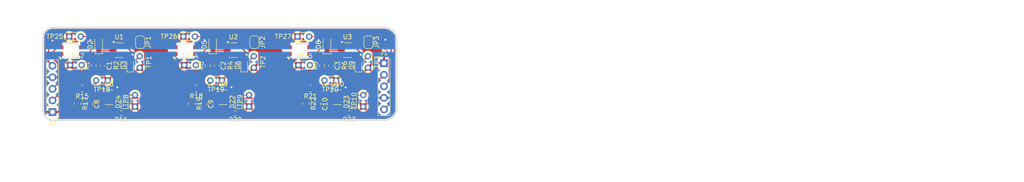
<source format=kicad_pcb>
(kicad_pcb (version 20240108) (generator "pcbnew") (generator_version "8.0")
  (layers (0 "F.Cu" signal) (31 "B.Cu" signal) (34 "B.Paste" user) (35 "F.Paste" user) (36 "B.SilkS" user "B.Silkscreen") (37 "F.SilkS" user "F.Silkscreen") (38 "B.Mask" user) (39 "F.Mask" user) (44 "Edge.Cuts" user))
  (net 0 "")
  (net 1 "GND")
  (net 2 "Net-(D2-K)")
  (net 3 "Net-(D5-K)")
  (net 4 "Net-(D8-K)")
  (net 5 "Net-(C8-Pad1)")
  (net 6 "Net-(C9-Pad1)")
  (net 7 "Net-(C10-Pad1)")
  (net 8 "+5V")
  (net 9 "Net-(D3-A)")
  (net 10 "Net-(D3-K)")
  (net 11 "/LED_BASED_RESET1/DOUT")
  (net 12 "Net-(D6-K)")
  (net 13 "Net-(D6-A)")
  (net 14 "/LED_BASED_RESET2/DOUT")
  (net 15 "Net-(D9-A)")
  (net 16 "Net-(D9-K)")
  (net 17 "Net-(D22-K)")
  (net 18 "/Time Based1/DOUT")
  (net 19 "Net-(D23-K)")
  (net 20 "/Time Based2/DOUT")
  (net 21 "Net-(D24-K)")
  (net 22 "+3.3V")
  (net 23 "Net-(JP1-A)")
  (net 24 "Net-(JP2-A)")
  (net 25 "Net-(JP3-A)")
  (net 26 "/LED_BASED_RESET0/DIN")
  (net 27 "/LED_BASED_RESET0/DOUT")
  (net 28 "/Time Based0/DOUT")
  (net 29 "/Time Based0/DIN")
  (footprint "TestPoint:TestPoint_2Pads_Pitch2.54mm_Drill0.8mm" (layer "F.Cu") (at -34.35 159.6)
    (property "Reference" "TP35")
    (property "Value" "TestPoint_2Pole")
  )
  (footprint "TestPoint:TestPoint_2Pads_Pitch2.54mm_Drill0.8mm" (layer "F.Cu") (at -19.1 160.15 90)
    (property "Reference" "TP3")
    (property "Value" "TestPoint_2Pole")
  )
  (footprint "LED_SMD:LED_0603_1608Metric" (layer "F.Cu") (at -46.2 159.6 90)
    (property "Reference" "D6")
    (property "Value" "R")
  )
  (footprint "TestPoint:TestPoint_2Pads_Pitch2.54mm_Drill0.8mm" (layer "F.Cu") (at -84.35 159.6)
    (property "Reference" "TP17")
    (property "Value" "TestPoint_2Pole")
  )
  (footprint "TestPoint:TestPoint_2Pads_Pitch2.54mm_Drill0.8mm" (layer "F.Cu") (at -59.35 159.6)
    (property "Reference" "TP34")
    (property "Value" "TestPoint_2Pole")
  )
  (footprint "Resistor_SMD:R_0603_1608Metric" (layer "F.Cu") (at -23.2 170.1375 180)
    (property "Reference" "R23")
    (property "Value" "300")
  )
  (footprint "Capacitor_SMD:C_0805_2012Metric_Pad1.18x1.45mm_HandSolder" (layer "F.Cu") (at -55.2 168.1375 -90)
    (property "Reference" "C9")
    (property "Value" "1u 50V")
  )
  (footprint "Diode_SMD:D_SOD-323_HandSoldering" (layer "F.Cu") (at -28.1 155.1 90)
    (property "Reference" "D8")
    (property "Value" "1N4148WS")
  )
  (footprint "Capacitor_SMD:C_0603_1608Metric" (layer "F.Cu") (at -27.2 159.7 -90)
    (property "Reference" "C3")
    (property "Value" "1u 50V")
  )
  (footprint "LED_SMD:LED_0603_1608Metric" (layer "F.Cu") (at -72.4 167.6375 90)
    (property "Reference" "D24")
    (property "Value" "Red")
  )
  (footprint "Resistor_SMD:R_0805_2012Metric_Pad1.20x1.40mm_HandSolder" (layer "F.Cu") (at -57.7 168.0375 -90)
    (property "Reference" "R19")
    (property "Value" "R")
  )
  (footprint "0mylibrary:SK6812-MINI-E" (layer "F.Cu") (at -34.1 156.4 180)
    (property "Reference" "D7")
    (property "Value" "sk6812-mini-e" (hide yes))
    (fp_line (start 1.7 1.5) (end -1.7 1.5) (stroke (width 0.12)) (layer "Edge.Cuts"))
    (fp_line (start 1.7 -1.5) (end 1.7 1.5) (stroke (width 0.12)) (layer "Edge.Cuts"))
    (fp_line (start -1.7 1.5) (end -1.7 -1.5) (stroke (width 0.12)) (layer "Edge.Cuts"))
    (fp_line (start -1.7 -1.5) (end 1.7 -1.5) (stroke (width 0.12)) (layer "Edge.Cuts"))
  )
  (footprint "Package_TO_SOT_SMD:SOT-23-5_HandSoldering" (layer "F.Cu") (at -50.8 166.6375)
    (property "Reference" "U9")
    (property "Value" "74LVC1G125")
  )
  (footprint "Resistor_SMD:R_0603_1608Metric" (layer "F.Cu") (at -22.8 159.6375 90)
    (property "Reference" "R6")
    (property "Value" "310R")
  )
  (footprint "Capacitor_SMD:C_0805_2012Metric_Pad1.18x1.45mm_HandSolder" (layer "F.Cu") (at -80.2 168.1375 -90)
    (property "Reference" "C8")
    (property "Value" "1u 50V")
  )
  (footprint "Package_TO_SOT_SMD:SOT-23-5_HandSoldering" (layer "F.Cu") (at -25.8 166.6375)
    (property "Reference" "U10")
    (property "Value" "74LVC1G125")
  )
  (footprint "Resistor_SMD:R_0603_1608Metric_Pad0.98x0.95mm_HandSolder" (layer "F.Cu") (at -79.2 159.7 90)
    (property "Reference" "R1")
    (property "Value" "100k")
  )
  (footprint "Resistor_SMD:R_0603_1608Metric" (layer "F.Cu") (at -73.2 170.1375 180)
    (property "Reference" "R16")
    (property "Value" "300")
  )
  (footprint "Resistor_SMD:R_0603_1608Metric" (layer "F.Cu") (at -72.8 159.6375 90)
    (property "Reference" "R2")
    (property "Value" "310R")
  )
  (footprint "TestPoint:TestPoint_2Pads_Pitch2.54mm_Drill0.8mm" (layer "F.Cu") (at -76.0875 162.9375 180)
    (property "Reference" "TP18")
    (property "Value" "TestPoint_2Pole")
  )
  (footprint "Resistor_SMD:R_0603_1608Metric_Pad0.98x0.95mm_HandSolder" (layer "F.Cu") (at -54.2 159.7 90)
    (property "Reference" "R3")
    (property "Value" "100k")
  )
  (footprint "Connector_PinHeader_2.54mm:PinHeader_1x05_P2.54mm_Vertical" (layer "F.Cu") (at -15.6 159.16)
    (property "Reference" "J1")
    (property "Value" "Out")
  )
  (footprint "Resistor_SMD:R_0805_2012Metric_Pad1.20x1.40mm_HandSolder" (layer "F.Cu") (at -31.7 164.7375 180)
    (property "Reference" "R21")
    (property "Value" "100k")
  )
  (footprint "TestPoint:TestPoint_2Pads_Pitch2.54mm_Drill0.8mm" (layer "F.Cu") (at -69.1 160.15 90)
    (property "Reference" "TP1")
    (property "Value" "TestPoint_2Pole")
  )
  (footprint "TestPoint:TestPoint_2Pads_Pitch2.54mm_Drill0.8mm" (layer "F.Cu") (at -59.55 153.3)
    (property "Reference" "TP26")
    (property "Value" "TestPoint_2Pole")
  )
  (footprint "LED_SMD:LED_0603_1608Metric" (layer "F.Cu") (at -21.2 159.6 90)
    (property "Reference" "D9")
    (property "Value" "R")
  )
  (footprint "Package_TO_SOT_SMD:SOT-23-5_HandSoldering" (layer "F.Cu") (at -75.8 166.6375)
    (property "Reference" "U8")
    (property "Value" "74LVC1G125")
  )
  (footprint "TestPoint:TestPoint_2Pads_Pitch2.54mm_Drill0.8mm" (layer "F.Cu") (at -45.1375 168.6875 90)
    (property "Reference" "TP9")
    (property "Value" "TestPoint_2Pole")
  )
  (footprint "LED_SMD:LED_0603_1608Metric" (layer "F.Cu") (at -47.4 167.6375 90)
    (property "Reference" "D22")
    (property "Value" "Red")
  )
  (footprint "Resistor_SMD:R_0603_1608Metric" (layer "F.Cu") (at -47.8 159.6375 90)
    (property "Reference" "R4")
    (property "Value" "310R")
  )
  (footprint "Resistor_SMD:R_0603_1608Metric" (layer "F.Cu") (at -48.2 170.1375 180)
    (property "Reference" "R20")
    (property "Value" "300")
  )
  (footprint "Connector_PinHeader_2.54mm:PinHeader_1x05_P2.54mm_Vertical" (layer "F.Cu") (at -88.2 169.88 180)
    (property "Reference" "J2")
    (property "Value" "In")
  )
  (footprint "Resistor_SMD:R_0805_2012Metric_Pad1.20x1.40mm_HandSolder" (layer "F.Cu") (at -82.7 168.0375 -90)
    (property "Reference" "R17")
    (property "Value" "R")
  )
  (footprint "Jumper:SolderJumper-2_P1.3mm_Bridged_RoundedPad1.0x1.5mm" (layer "F.Cu") (at -44 154.55 -90)
    (property "Reference" "JP2")
    (property "Value" "SolderJumper_2_Bridged")
  )
  (footprint "LED_SMD:LED_0603_1608Metric" (layer "F.Cu") (at -71.2 159.6 90)
    (property "Reference" "D3")
    (property "Value" "R")
  )
  (footprint "TestPoint:TestPoint_2Pads_Pitch2.54mm_Drill0.8mm" (layer "F.Cu") (at -44.1 160.15 90)
    (property "Reference" "TP2")
    (property "Value" "TestPoint_2Pole")
  )
  (footprint "TestPoint:TestPoint_2Pads_Pitch2.54mm_Drill0.8mm" (layer "F.Cu") (at -26.0875 162.9375 180)
    (property "Reference" "TP20")
    (property "Value" "TestPoint_2Pole")
  )
  (footprint "TestPoint:TestPoint_2Pads_Pitch2.54mm_Drill0.8mm" (layer "F.Cu") (at -84.55 153.3)
    (property "Reference" "TP25")
    (property "Value" "TestPoint_2Pole")
  )
  (footprint "LED_SMD:LED_0603_1608Metric" (layer "F.Cu") (at -22.4 167.6375 90)
    (property "Reference" "D23")
    (property "Value" "Red")
  )
  (footprint "TestPoint:TestPoint_2Pads_Pitch2.54mm_Drill0.8mm" (layer "F.Cu") (at -51.0875 162.9375 180)
    (property "Reference" "TP19")
    (property "Value" "TestPoint_2Pole")
  )
  (footprint "Jumper:SolderJumper-2_P1.3mm_Bridged_RoundedPad1.0x1.5mm" (layer "F.Cu") (at -19 154.55 -90)
    (property "Reference" "JP3")
    (property "Value" "SolderJumper_2_Bridged")
  )
  (footprint "Capacitor_SMD:C_0603_1608Metric" (layer "F.Cu") (at -52.2 159.7 -90)
    (property "Reference" "C2")
    (property "Value" "1u 50V")
  )
  (footprint "TestPoint:TestPoint_2Pads_Pitch2.54mm_Drill0.8mm" (layer "F.Cu") (at -20.1375 168.6875 90)
    (property "Reference" "TP10")
    (property "Value" "TestPoint_2Pole")
  )
  (footprint "Resistor_SMD:R_0805_2012Metric_Pad1.20x1.40mm_HandSolder" (layer "F.Cu") (at -56.7 164.7375 180)
    (property "Reference" "R18")
    (property "Value" "100k")
  )
  (footprint "Resistor_SMD:R_0805_2012Metric_Pad1.20x1.40mm_HandSolder" (layer "F.Cu") (at -32.7 168.0375 -90)
    (property "Reference" "R22")
    (property "Value" "R")
  )
  (footprint "Jumper:SolderJumper-2_P1.3mm_Bridged_RoundedPad1.0x1.5mm" (layer "F.Cu") (at -69 154.55 -90)
    (property "Reference" "JP1")
    (property "Value" "SolderJumper_2_Bridged")
  )
  (footprint "TestPoint:TestPoint_2Pads_Pitch2.54mm_Drill0.8mm" (layer "F.Cu") (at -34.55 153.3)
    (property "Reference" "TP27")
    (property "Value" "TestPoint_2Pole")
  )
  (footprint "Capacitor_SMD:C_0805_2012Metric_Pad1.18x1.45mm_HandSolder" (layer "F.Cu") (at -30.2 168.1375 -90)
    (property "Reference" "C10")
    (property "Value" "1u 50V")
  )
  (footprint "Diode_SMD:D_SOD-323_HandSoldering" (layer "F.Cu") (at -78.1 155.1 90)
    (property "Reference" "D2")
    (property "Value" "1N4148WS")
  )
  (footprint "Package_TO_SOT_SMD:SOT-23-5_HandSoldering" (layer "F.Cu") (at -48.6 156.3)
    (property "Reference" "U2")
    (property "Value" "74LVC1G125")
  )
  (footprint "0mylibrary:SK6812-MINI-E" (layer "F.Cu") (at -59.1 156.4 180)
    (property "Reference" "D4")
    (property "Value" "sk6812-mini-e" (hide yes))
    (fp_line (start 1.7 1.5) (end -1.7 1.5) (stroke (width 0.12)) (layer "Edge.Cuts"))
    (fp_line (start 1.7 -1.5) (end 1.7 1.5) (stroke (width 0.12)) (layer "Edge.Cuts"))
    (fp_line (start -1.7 1.5) (end -1.7 -1.5) (stroke (width 0.12)) (layer "Edge.Cuts"))
    (fp_line (start -1.7 -1.5) (end 1.7 -1.5) (stroke (width 0.12)) (layer "Edge.Cuts"))
  )
  (footprint "Resistor_SMD:R_0805_2012Metric_Pad1.20x1.40mm_HandSolder" (layer "F.Cu") (at -81.7 164.7375 180)
    (property "Reference" "R15")
    (property "Value" "100k")
  )
  (footprint "0mylibrary:SK6812-MINI-E" (layer "F.Cu") (at -84.1 156.4 180)
    (property "Reference" "D1")
    (property "Value" "sk6812-mini-e" (hide yes))
    (fp_line (start 1.7 1.5) (end -1.7 1.5) (stroke (width 0.12)) (layer "Edge.Cuts"))
    (fp_line (start 1.7 -1.5) (end 1.7 1.5) (stroke (width 0.12)) (layer "Edge.Cuts"))
    (fp_line (start -1.7 1.5) (end -1.7 -1.5) (stroke (width 0.12)) (layer "Edge.Cuts"))
    (fp_line (start -1.7 -1.5) (end 1.7 -1.5) (stroke (width 0.12)) (layer "Edge.Cuts"))
  )
  (footprint "Package_TO_SOT_SMD:SOT-23-5_HandSoldering" (layer "F.Cu") (at -23.6 156.3)
    (property "Reference" "U3")
    (property "Value" "74LVC1G125")
  )
  (footprint "Package_TO_SOT_SMD:SOT-23-5_HandSoldering" (layer "F.Cu") (at -73.6 156.3)
    (property "Reference" "U1")
    (property "Value" "74LVC1G125")
  )
  (footprint "TestPoint:TestPoint_2Pads_Pitch2.54mm_Drill0.8mm" (layer "F.Cu") (at -70.1375 168.6875 90)
    (property "Reference" "TP8")
    (property "Value" "TestPoint_2Pole")
  )
  (footprint "Diode_SMD:D_SOD-323_HandSoldering" (layer "F.Cu") (at -53.1 155.1 90)
    (property "Reference" "D5")
    (property "Value" "1N4148WS")
  )
  (footprint "Resistor_SMD:R_0603_1608Metric_Pad0.98x0.95mm_HandSolder" (layer "F.Cu") (at -29.2 159.7 90)
    (property "Reference" "R5")
    (property "Value" "100k")
  )
  (footprint "Capacitor_SMD:C_0603_1608Metric" (layer "F.Cu") (at -77.2 159.7 -90)
    (property "Reference" "C1")
    (property "Value" "1u 50V")
  )
  (gr_line (start -12.8 153.3) (end -12.8 169.7) (stroke (width 0.2)) (layer "Edge.Cuts"))
  (gr_line (start -15.5 171.7) (end -88.2 171.7) (stroke (width 0.2)) (layer "Edge.Cuts"))
  (gr_arc (start -88.2 171.7) (mid -89.65 171.12) (end -90.3 169.7) (stroke (width 0.2)) (layer "Edge.Cuts"))
  (gr_line (start -90.3 169.7) (end -90.3 153.3) (stroke (width 0.2)) (layer "Edge.Cuts"))
  (gr_arc (start -90.3 153.3) (mid -89.650001 151.879999) (end -88.2 151.3) (stroke (width 0.2)) (layer "Edge.Cuts"))
  (gr_arc (start -12.8 169.7) (mid -13.81997 171.14554) (end -15.5 171.7) (stroke (width 0.2)) (layer "Edge.Cuts"))
  (gr_arc (start -15.5 151.3) (mid -13.81997 151.854459) (end -12.8 153.3) (stroke (width 0.2)) (layer "Edge.Cuts"))
  (gr_line (start -88.2 151.3) (end -15.5 151.3) (stroke (width 0.2)) (layer "Edge.Cuts"))
  (segment (start -33.348528 160.7) (end -36.55 157.498528) (width 0.2) (layer "F.Cu") (net 1))
  (segment (start -19.1 160.15) (end -20.1375 161.1875) (width 0.25) (layer "F.Cu") (net 1))
  (segment (start -20.1375 161.1875) (end -24.7125 161.1875) (width 0.25) (layer "F.Cu") (net 1))
  (segment (start -76 165.7375) (end -76.05 165.6875) (width 0.25) (layer "F.Cu") (net 1))
  (segment (start -80.2 169.175) (end -78.7375 169.175) (width 0.25) (layer "F.Cu") (net 1))
  (segment (start -68.075 156.125) (end -69 155.2) (width 0.25) (layer "F.Cu") (net 1))
  (segment (start -23.3875 158.8125) (end -24.95 157.25) (width 0.2) (layer "F.Cu") (net 1))
  (segment (start -24.1 160.5) (end -22.8 159.2) (width 0.2) (layer "F.Cu") (net 1))
  (segment (start -74.1 160.5) (end -72.8 159.2) (width 0.2) (layer "F.Cu") (net 1))
  (segment (start -53.7375 169.175) (end -52.15 167.5875) (width 0.25) (layer "F.Cu") (net 1))
  (segment (start -78.7375 169.175) (end -77.15 167.5875) (width 0.25) (layer "F.Cu") (net 1))
  (segment (start -53.2 160.6125) (end -52.3375 160.6125) (width 0.2) (layer "F.Cu") (net 1))
  (segment (start -28.2 160.6125) (end -27.3375 160.6125) (width 0.2) (layer "F.Cu") (net 1))
  (segment (start -33.6875 160.6125) (end -29.2 160.6125) (width 0.2) (layer "F.Cu") (net 1))
  (segment (start -49.6 170.1375) (end -49.025 170.1375) (width 0.25) (layer "F.Cu") (net 1))
  (segment (start -77.15 167.5875) (end -74.6 170.1375) (width 0.25) (layer "F.Cu") (net 1))
  (segment (start -75.4 160.5) (end -74.1 160.5) (width 0.2) (layer "F.Cu") (net 1))
  (segment (start -52.15 165.6875) (end -51.0875 164.625) (width 0.25) (layer "F.Cu") (net 1))
  (segment (start -30.2 169.175) (end -28.7375 169.175) (width 0.25) (layer "F.Cu") (net 1))
  (segment (start -68.075 159.125) (end -68.075 156.125) (width 0.25) (layer "F.Cu") (net 1))
  (segment (start -26.05 165.6875) (end -27.15 165.6875) (width 0.25) (layer "F.Cu") (net 1))
  (segment (start -77.15 167.5875) (end -76.370001 167.5875) (width 0.25) (layer "F.Cu") (net 1))
  (segment (start -25.4 160.5) (end -24.1 160.5) (width 0.2) (layer "F.Cu") (net 1))
  (segment (start -44.1 160.15) (end -45.1375 161.1875) (width 0.25) (layer "F.Cu") (net 1))
  (segment (start -86.55 157.75) (end -83.6875 160.6125) (width 0.2) (layer "F.Cu") (net 1))
  (segment (start -18.075 156.125) (end -19 155.2) (width 0.25) (layer "F.Cu") (net 1))
  (segment (start -49.1 160.5) (end -47.8 159.2) (width 0.2) (layer "F.Cu") (net 1))
  (segment (start -76.05 165.6875) (end -77.15 165.6875) (width 0.25) (layer "F.Cu") (net 1))
  (segment (start -69.1 160.15) (end -70.1375 161.1875) (width 0.25) (layer "F.Cu") (net 1))
  (segment (start -57.7 169.0375) (end -55.3375 169.0375) (width 0.25) (layer "F.Cu") (net 1))
  (segment (start -27.425 160.7) (end -33.348528 160.7) (width 0.2) (layer "F.Cu") (net 1))
  (segment (start -61.55 157.75) (end -58.6875 160.6125) (width 0.2) (layer "F.Cu") (net 1))
  (segment (start -76.0875 164.625) (end -76.0875 162.9375) (width 0.25) (layer "F.Cu") (net 1))
  (segment (start -27.15 165.6875) (end -26.0875 164.625) (width 0.25) (layer "F.Cu") (net 1))
  (segment (start -26 167.217499) (end -26 165.7375) (width 0.25) (layer "F.Cu") (net 1))
  (segment (start -26.0875 164.625) (end -26.0875 162.9375) (width 0.25) (layer "F.Cu") (net 1))
  (segment (start -48.3875 158.8125) (end -49.95 157.25) (width 0.2) (layer "F.Cu") (net 1))
  (segment (start -58.6875 160.6125) (end -54.2 160.6125) (width 0.2) (layer "F.Cu") (net 1))
  (segment (start -51.370001 167.5875) (end -51 167.217499) (width 0.25) (layer "F.Cu") (net 1))
  (segment (start -51 165.7375) (end -51.05 165.6875) (width 0.25) (layer "F.Cu") (net 1))
  (segment (start -51.0875 164.625) (end -51.0875 162.9375) (width 0.25) (layer "F.Cu") (net 1))
  (segment (start -27.175 160.5) (end -25.4 160.5) (width 0.2) (layer "F.Cu") (net 1))
  (segment (start -22.8 159.2) (end -22.8 158.8125) (width 0.2) (layer "F.Cu") (net 1))
  (segment (start -26 165.7375) (end -26.05 165.6875) (width 0.25) (layer "F.Cu") (net 1))
  (segment (start -27.15 167.5875) (end -24.6 170.1375) (width 0.25) (layer "F.Cu") (net 1))
  (segment (start -47.8 159.2) (end -47.8 158.8125) (width 0.2) (layer "F.Cu") (net 1))
  (segment (start -52.425 160.7) (end -58.348528 160.7) (width 0.2) (layer "F.Cu") (net 1))
  (segment (start -36.55 157.498528) (end -36.55 157.75) (width 0.2) (layer "F.Cu") (net 1))
  (segment (start -76 167.217499) (end -76 165.7375) (width 0.25) (layer "F.Cu") (net 1))
  (segment (start -27.15 167.5875) (end -26.370001 167.5875) (width 0.25) (layer "F.Cu") (net 1))
  (segment (start -61.55 157.498528) (end -61.55 157.75) (width 0.2) (layer "F.Cu") (net 1))
  (segment (start -78.2 160.6125) (end -77.3375 160.6125) (width 0.2) (layer "F.Cu") (net 1))
  (segment (start -79.2 160.6125) (end -78.2 160.6125) (width 0.2) (layer "F.Cu") (net 1))
  (segment (start -52.15 167.5875) (end -49.6 170.1375) (width 0.25) (layer "F.Cu") (net 1))
  (segment (start -77.15 165.6875) (end -76.0875 164.625) (width 0.25) (layer "F.Cu") (net 1))
  (segment (start -24.6 170.1375) (end -24.025 170.1375) (width 0.25) (layer "F.Cu") (net 1))
  (segment (start -43.075 156.125) (end -44 155.2) (width 0.25) (layer "F.Cu") (net 1))
  (segment (start -83.6875 160.6125) (end -79.2 160.6125) (width 0.2) (layer "F.Cu") (net 1))
  (segment (start -43.075 159.125) (end -43.075 156.125) (width 0.25) (layer "F.Cu") (net 1))
  (segment (start -82.7 169.0375) (end -80.3375 169.0375) (width 0.25) (layer "F.Cu") (net 1))
  (segment (start -72.8 159.2) (end -72.8 158.8125) (width 0.2) (layer "F.Cu") (net 1))
  (segment (start -36.55 157.75) (end -33.6875 160.6125) (width 0.2) (layer "F.Cu") (net 1))
  (segment (start -70.1375 161.1875) (end -74.7125 161.1875) (width 0.25) (layer "F.Cu") (net 1))
  (segment (start -22.8 158.8125) (end -23.3875 158.8125) (width 0.2) (layer "F.Cu") (net 1))
  (segment (start -50.4 160.5) (end -49.1 160.5) (width 0.2) (layer "F.Cu") (net 1))
  (segment (start -54.2 160.6125) (end -53.2 160.6125) (width 0.2) (layer "F.Cu") (net 1))
  (segment (start -26.370001 167.5875) (end -26 167.217499) (width 0.25) (layer "F.Cu") (net 1))
  (segment (start -45.1375 161.1875) (end -49.7125 161.1875) (width 0.25) (layer "F.Cu") (net 1))
  (segment (start -52.175 160.5) (end -50.4 160.5) (width 0.2) (layer "F.Cu") (net 1))
  (segment (start -77.175 160.5) (end -75.4 160.5) (width 0.2) (layer "F.Cu") (net 1))
  (segment (start -52.15 167.5875) (end -51.370001 167.5875) (width 0.25) (layer "F.Cu") (net 1))
  (segment (start -47.8 158.8125) (end -48.3875 158.8125) (width 0.2) (layer "F.Cu") (net 1))
  (segment (start -28.7375 169.175) (end -27.15 167.5875) (width 0.25) (layer "F.Cu") (net 1))
  (segment (start -55.2 169.175) (end -53.7375 169.175) (width 0.25) (layer "F.Cu") (net 1))
  (segment (start -73.3875 158.8125) (end -74.95 157.25) (width 0.2) (layer "F.Cu") (net 1))
  (segment (start -49.7125 161.1875) (end -50.4 160.5) (width 0.25) (layer "F.Cu") (net 1))
  (segment (start -32.7 169.0375) (end -30.3375 169.0375) (width 0.25) (layer "F.Cu") (net 1))
  (segment (start -44.1 160.15) (end -43.075 159.125) (width 0.25) (layer "F.Cu") (net 1))
  (segment (start -74.7125 161.1875) (end -75.4 160.5) (width 0.25) (layer "F.Cu") (net 1))
  (segment (start -51.05 165.6875) (end -52.15 165.6875) (width 0.25) (layer "F.Cu") (net 1))
  (segment (start -19.1 160.15) (end -18.075 159.125) (width 0.25) (layer "F.Cu") (net 1))
  (segment (start -24.7125 161.1875) (end -25.4 160.5) (width 0.25) (layer "F.Cu") (net 1))
  (segment (start -69.1 160.15) (end -68.075 159.125) (width 0.25) (layer "F.Cu") (net 1))
  (segment (start -18.075 159.125) (end -18.075 156.125) (width 0.25) (layer "F.Cu") (net 1))
  (segment (start -51 167.217499) (end -51 165.7375) (width 0.25) (layer "F.Cu") (net 1))
  (segment (start -86.55 157.498528) (end -86.55 157.75) (width 0.2) (layer "F.Cu") (net 1))
  (segment (start -29.2 160.6125) (end -28.2 160.6125) (width 0.2) (layer "F.Cu") (net 1))
  (segment (start -72.8 158.8125) (end -73.3875 158.8125) (width 0.2) (layer "F.Cu") (net 1))
  (segment (start -74.6 170.1375) (end -74.025 170.1375) (width 0.25) (layer "F.Cu") (net 1))
  (segment (start -58.348528 160.7) (end -61.55 157.498528) (width 0.2) (layer "F.Cu") (net 1))
  (segment (start -76.370001 167.5875) (end -76 167.217499) (width 0.25) (layer "F.Cu") (net 1))
  (segment (start -77.2 158.925) (end -77.2 156.35) (width 0.2) (layer "F.Cu") (net 2))
  (segment (start -79.2 157.45) (end -78.1 156.35) (width 0.2) (layer "F.Cu") (net 2))
  (segment (start -79.2 158.7875) (end -79.2 157.45) (width 0.2) (layer "F.Cu") (net 2))
  (segment (start -81.5 159.11) (end -79.5225 159.11) (width 0.2) (layer "F.Cu") (net 2))
  (segment (start -78.1 156.35) (end -77.2 156.35) (width 0.2) (layer "F.Cu") (net 2))
  (segment (start -77.2 156.35) (end -75 156.35) (width 0.2) (layer "F.Cu") (net 2))
  (segment (start -54.2 157.45) (end -53.1 156.35) (width 0.2) (layer "F.Cu") (net 3))
  (segment (start -54.2 158.7875) (end -54.2 157.45) (width 0.2) (layer "F.Cu") (net 3))
  (segment (start -53.1 156.35) (end -52.2 156.35) (width 0.2) (layer "F.Cu") (net 3))
  (segment (start -52.2 158.925) (end -52.2 156.35) (width 0.2) (layer "F.Cu") (net 3))
  (segment (start -56.5 159.11) (end -54.5225 159.11) (width 0.2) (layer "F.Cu") (net 3))
  (segment (start -52.2 156.35) (end -50 156.35) (width 0.2) (layer "F.Cu") (net 3))
  (segment (start -27.2 158.925) (end -27.2 156.35) (width 0.2) (layer "F.Cu") (net 4))
  (segment (start -27.2 156.35) (end -25 156.35) (width 0.2) (layer "F.Cu") (net 4))
  (segment (start -29.2 157.45) (end -28.1 156.35) (width 0.2) (layer "F.Cu") (net 4))
  (segment (start -28.1 156.35) (end -27.2 156.35) (width 0.2) (layer "F.Cu") (net 4))
  (segment (start -31.5 159.11) (end -29.5225 159.11) (width 0.2) (layer "F.Cu") (net 4))
  (segment (start -29.2 158.7875) (end -29.2 157.45) (width 0.2) (layer "F.Cu") (net 4))
  (segment (start -80.1 164.7375) (end -78.7 163.3375) (width 0.25) (layer "F.Cu") (net 5))
  (segment (start -77.15 166.6375) (end -79.7375 166.6375) (width 0.25) (layer "F.Cu") (net 5))
  (segment (start -78.7 165.867499) (end -77.929999 166.6375) (width 0.25) (layer "F.Cu") (net 5))
  (segment (start -80.2 167.1) (end -82.6375 167.1) (width 0.25) (layer "F.Cu") (net 5))
  (segment (start -78.7 163.3375) (end -78.7 165.867499) (width 0.25) (layer "F.Cu") (net 5))
  (segment (start -77.929999 166.6375) (end -77.15 166.6375) (width 0.25) (layer "F.Cu") (net 5))
  (segment (start -80.7 164.7375) (end -80.1 164.7375) (width 0.25) (layer "F.Cu") (net 5))
  (segment (start -82.7 167.0375) (end -80.7 165.0375) (width 0.25) (layer "F.Cu") (net 5))
  (segment (start -52.15 166.6375) (end -54.7375 166.6375) (width 0.25) (layer "F.Cu") (net 6))
  (segment (start -52.929999 166.6375) (end -52.15 166.6375) (width 0.25) (layer "F.Cu") (net 6))
  (segment (start -55.1 164.7375) (end -53.7 163.3375) (width 0.25) (layer "F.Cu") (net 6))
  (segment (start -53.7 163.3375) (end -53.7 165.867499) (width 0.25) (layer "F.Cu") (net 6))
  (segment (start -53.7 165.867499) (end -52.929999 166.6375) (width 0.25) (layer "F.Cu") (net 6))
  (segment (start -55.2 167.1) (end -57.6375 167.1) (width 0.25) (layer "F.Cu") (net 6))
  (segment (start -57.7 167.0375) (end -55.7 165.0375) (width 0.25) (layer "F.Cu") (net 6))
  (segment (start -55.7 164.7375) (end -55.1 164.7375) (width 0.25) (layer "F.Cu") (net 6))
  (segment (start -27.15 166.6375) (end -29.7375 166.6375) (width 0.25) (layer "F.Cu") (net 7))
  (segment (start -28.7 165.867499) (end -27.929999 166.6375) (width 0.25) (layer "F.Cu") (net 7))
  (segment (start -28.7 163.3375) (end -28.7 165.867499) (width 0.25) (layer "F.Cu") (net 7))
  (segment (start -30.7 164.7375) (end -30.1 164.7375) (width 0.25) (layer "F.Cu") (net 7))
  (segment (start -30.1 164.7375) (end -28.7 163.3375) (width 0.25) (layer "F.Cu") (net 7))
  (segment (start -30.2 167.1) (end -32.6375 167.1) (width 0.25) (layer "F.Cu") (net 7))
  (segment (start -27.929999 166.6375) (end -27.15 166.6375) (width 0.25) (layer "F.Cu") (net 7))
  (segment (start -32.7 167.0375) (end -30.7 165.0375) (width 0.25) (layer "F.Cu") (net 7))
  (segment (start -89.05 158.87) (end -89.05 155.05) (width 0.25) (layer "F.Cu") (net 8))
  (segment (start -14.025 167.745) (end -14.025 155.275) (width 0.25) (layer "F.Cu") (net 8))
  (segment (start -56.45 155.65) (end -54.9 154.1) (width 0.25) (layer "F.Cu") (net 8))
  (segment (start -88.2 159.72) (end -89.05 158.87) (width 0.25) (layer "F.Cu") (net 8))
  (segment (start -14.025 155.275) (end -15.3 154) (width 0.25) (layer "F.Cu") (net 8))
  (segment (start -89.05 155.05) (end -88.2 154.2) (width 0.25) (layer "F.Cu") (net 8))
  (segment (start -15.6 169.32) (end -14.025 167.745) (width 0.25) (layer "F.Cu") (net 8))
  (segment (start -81.45 155.65) (end -79.9 154.1) (width 0.25) (layer "F.Cu") (net 8))
  (segment (start -31.45 155.65) (end -29.9 154.1) (width 0.25) (layer "F.Cu") (net 8))
  (via (at -88.2 154.2) (size 0.8) (drill 0.4) (layers "F.Cu" "B.Cu") (net 8))
  (via (at -54.9 154.1) (size 0.8) (drill 0.4) (layers "F.Cu" "B.Cu") (net 8))
  (via (at -15.3 154) (size 0.8) (drill 0.4) (layers "F.Cu" "B.Cu") (net 8))
  (via (at -79.9 154.1) (size 0.8) (drill 0.4) (layers "F.Cu" "B.Cu") (net 8))
  (via (at -29.9 154.1) (size 0.8) (drill 0.4) (layers "F.Cu" "B.Cu") (net 8))
  (segment (start -69.1 157.61) (end -70.3025 158.8125) (width 0.25) (layer "F.Cu") (net 9))
  (segment (start -70.3025 158.8125) (end -71.2 158.8125) (width 0.25) (layer "F.Cu") (net 9))
  (segment (start -71.2 158.3) (end -72.25 157.25) (width 0.2) (layer "F.Cu") (net 9))
  (segment (start -71.2 158.8125) (end -71.2 158.3) (width 0.2) (layer "F.Cu") (net 9))
  (segment (start -71.2 160.3875) (end -72.725 160.3875) (width 0.2) (layer "F.Cu") (net 10))
  (segment (start -52.314909 153.064909) (end -53.1 153.85) (width 0.25) (layer "F.Cu") (net 11))
  (segment (start -36.65 155.65) (end -39.235091 153.064909) (width 0.25) (layer "F.Cu") (net 11))
  (segment (start -57.01 153.3) (end -53.65 153.3) (width 0.25) (layer "F.Cu") (net 11))
  (segment (start -39.235091 153.064909) (end -52.314909 153.064909) (width 0.25) (layer "F.Cu") (net 11))
  (segment (start -53.1 154.6) (end -53.1 153.85) (width 0.2) (layer "F.Cu") (net 11))
  (segment (start -56.55 157.15) (end -55.65 157.15) (width 0.2) (layer "F.Cu") (net 11))
  (segment (start -55.65 157.15) (end -53.1 154.6) (width 0.2) (layer "F.Cu") (net 11))
  (segment (start -53.65 153.3) (end -53.1 153.85) (width 0.25) (layer "F.Cu") (net 11))
  (segment (start -46.2 160.3875) (end -47.725 160.3875) (width 0.2) (layer "F.Cu") (net 12))
  (segment (start -44.1 157.61) (end -45.3025 158.8125) (width 0.25) (layer "F.Cu") (net 13))
  (segment (start -46.2 158.3) (end -47.25 157.25) (width 0.2) (layer "F.Cu") (net 13))
  (segment (start -45.3025 158.8125) (end -46.2 158.8125) (width 0.25) (layer "F.Cu") (net 13))
  (segment (start -46.2 158.8125) (end -46.2 158.3) (width 0.2) (layer "F.Cu") (net 13))
  (segment (start -18.416214 153.089909) (end -14.45 157.056123) (width 0.2) (layer "F.Cu") (net 14))
  (segment (start -14.45 163.09) (end -15.6 164.24) (width 0.2) (layer "F.Cu") (net 14))
  (segment (start -27.314909 153.064909) (end -28.1 153.85) (width 0.25) (layer "F.Cu") (net 14))
  (segment (start -28.1 154.6) (end -28.1 153.85) (width 0.2) (layer "F.Cu") (net 14))
  (segment (start -30.65 157.15) (end -28.1 154.6) (width 0.2) (layer "F.Cu") (net 14))
  (segment (start -28.65 153.3) (end -28.1 153.85) (width 0.25) (layer "F.Cu") (net 14))
  (segment (start -14.45 157.056123) (end -14.45 163.09) (width 0.2) (layer "F.Cu") (net 14))
  (segment (start -28.1 153.85) (end -27.339909 153.089909) (width 0.2) (layer "F.Cu") (net 14))
  (segment (start -31.55 157.15) (end -30.65 157.15) (width 0.2) (layer "F.Cu") (net 14))
  (segment (start -27.339909 153.089909) (end -18.416214 153.089909) (width 0.2) (layer "F.Cu") (net 14))
  (segment (start -32.01 153.3) (end -28.65 153.3) (width 0.25) (layer "F.Cu") (net 14))
  (segment (start -21.2 158.3) (end -22.25 157.25) (width 0.2) (layer "F.Cu") (net 15))
  (segment (start -19.1 157.61) (end -20.3025 158.8125) (width 0.25) (layer "F.Cu") (net 15))
  (segment (start -21.2 158.8125) (end -21.2 158.3) (width 0.2) (layer "F.Cu") (net 15))
  (segment (start -20.3025 158.8125) (end -21.2 158.8125) (width 0.25) (layer "F.Cu") (net 15))
  (segment (start -21.2 160.3875) (end -22.725 160.3875) (width 0.2) (layer "F.Cu") (net 16))
  (segment (start -47.375 170.1375) (end -47.375 168.45) (width 0.25) (layer "F.Cu") (net 17))
  (segment (start -47.4 166.85) (end -34.8125 166.85) (width 0.25) (layer "F.Cu") (net 18))
  (segment (start -47.2 166.2375) (end -47.2 166.65) (width 0.25) (layer "F.Cu") (net 18))
  (segment (start -47.4 166.85) (end -48.7125 166.85) (width 0.25) (layer "F.Cu") (net 18))
  (segment (start -48.7125 166.85) (end -49.45 167.5875) (width 0.25) (layer "F.Cu") (net 18))
  (segment (start -47.11 166.1475) (end -45.1375 166.1475) (width 0.25) (layer "F.Cu") (net 18))
  (segment (start -47.2 166.2375) (end -47.11 166.1475) (width 0.25) (layer "F.Cu") (net 18))
  (segment (start -34.8125 166.85) (end -32.7 164.7375) (width 0.25) (layer "F.Cu") (net 18))
  (segment (start -22.375 170.1375) (end -22.375 168.45) (width 0.25) (layer "F.Cu") (net 19))
  (segment (start -22.2 166.2375) (end -22.11 166.1475) (width 0.25) (layer "F.Cu") (net 20))
  (segment (start -22.11 166.1475) (end -20.1375 166.1475) (width 0.25) (layer "F.Cu") (net 20))
  (segment (start -15.6 161.7) (end -20.0475 166.1475) (width 0.25) (layer "F.Cu") (net 20))
  (segment (start -22.2 166.2375) (end -22.2 166.65) (width 0.25) (layer "F.Cu") (net 20))
  (segment (start -22.4 166.85) (end -23.7125 166.85) (width 0.25) (layer "F.Cu") (net 20))
  (segment (start -23.7125 166.85) (end -24.45 167.5875) (width 0.25) (layer "F.Cu") (net 20))
  (segment (start -72.375 170.1375) (end -72.375 168.45) (width 0.25) (layer "F.Cu") (net 21))
  (segment (start -70.7 156.9) (end -72.25 155.35) (width 0.25) (layer "F.Cu") (net 22))
  (segment (start -70.7 157.3) (end -70.7 156.9) (width 0.25) (layer "F.Cu") (net 22))
  (segment (start -24.45 165.6875) (end -24.45 164.8875) (width 0.25) (layer "F.Cu") (net 22))
  (segment (start -74.45 164.8875) (end -74 164.4375) (width 0.25) (layer "F.Cu") (net 22))
  (segment (start -45.7 157.3) (end -45.7 156.9) (width 0.25) (layer "F.Cu") (net 22))
  (segment (start -45.7 156.9) (end -47.25 155.35) (width 0.25) (layer "F.Cu") (net 22))
  (segment (start -20.7 157.3) (end -20.7 156.9) (width 0.25) (layer "F.Cu") (net 22))
  (segment (start -24.45 164.8875) (end -24 164.4375) (width 0.25) (layer "F.Cu") (net 22))
  (segment (start -20.7 156.9) (end -22.25 155.35) (width 0.25) (layer "F.Cu") (net 22))
  (segment (start -49.45 165.6875) (end -49.45 164.8875) (width 0.25) (layer "F.Cu") (net 22))
  (segment (start -74.45 165.6875) (end -74.45 164.8875) (width 0.25) (layer "F.Cu") (net 22))
  (segment (start -49.45 164.8875) (end -49 164.4375) (width 0.25) (layer "F.Cu") (net 22))
  (via (at -20.7 157.3) (size 0.8) (drill 0.4) (layers "F.Cu" "B.Cu") (net 22))
  (via (at -49 164.4375) (size 0.8) (drill 0.4) (layers "F.Cu" "B.Cu") (net 22))
  (via (at -45.7 157.3) (size 0.8) (drill 0.4) (layers "F.Cu" "B.Cu") (net 22))
  (via (at -74 164.4375) (size 0.8) (drill 0.4) (layers "F.Cu" "B.Cu") (net 22))
  (via (at -24 164.4375) (size 0.8) (drill 0.4) (layers "F.Cu" "B.Cu") (net 22))
  (via (at -70.7 157.3) (size 0.8) (drill 0.4) (layers "F.Cu" "B.Cu") (net 22))
  (segment (start -74.95 155.35) (end -74.95 153.9) (width 0.2) (layer "F.Cu") (net 23))
  (segment (start -74.95 153.9) (end -69 153.9) (width 0.2) (layer "F.Cu") (net 23))
  (segment (start -49.95 153.9) (end -44 153.9) (width 0.2) (layer "F.Cu") (net 24))
  (segment (start -49.95 155.35) (end -49.95 153.9) (width 0.2) (layer "F.Cu") (net 24))
  (segment (start -24.95 155.35) (end -24.95 153.9) (width 0.2) (layer "F.Cu") (net 25))
  (segment (start -24.95 153.9) (end -19 153.9) (width 0.2) (layer "F.Cu") (net 25))
  (segment (start -88.1 158.158299) (end -87 159.258299) (width 0.25) (layer "F.Cu") (net 26))
  (segment (start -88.1 156.66) (end -88.1 158.158299) (width 0.25) (layer "F.Cu") (net 26))
  (segment (start -87.09 155.65) (end -88.1 156.66) (width 0.25) (layer "F.Cu") (net 26))
  (segment (start -87 159.258299) (end -87 163.6) (width 0.25) (layer "F.Cu") (net 26))
  (segment (start -87 163.6) (end -88.2 164.8) (width 0.25) (layer "F.Cu") (net 26))
  (segment (start -78.1 154.6) (end -78.1 153.85) (width 0.2) (layer "F.Cu") (net 27))
  (segment (start -64.210091 153.089909) (end -61.65 155.65) (width 0.2) (layer "F.Cu") (net 27))
  (segment (start -78.1 153.85) (end -77.339909 153.089909) (width 0.2) (layer "F.Cu") (net 27))
  (segment (start -82.01 153.3) (end -78.65 153.3) (width 0.25) (layer "F.Cu") (net 27))
  (segment (start -77.339909 153.089909) (end -64.210091 153.089909) (width 0.2) (layer "F.Cu") (net 27))
  (segment (start -80.65 157.15) (end -78.1 154.6) (width 0.2) (layer "F.Cu") (net 27))
  (segment (start -78.65 153.3) (end -78.1 153.85) (width 0.25) (layer "F.Cu") (net 27))
  (segment (start -81.55 157.15) (end -80.65 157.15) (width 0.2) (layer "F.Cu") (net 27))
  (segment (start -72.11 166.1475) (end -70.1375 166.1475) (width 0.25) (layer "F.Cu") (net 28))
  (segment (start -59.8125 166.85) (end -57.7 164.7375) (width 0.25) (layer "F.Cu") (net 28))
  (segment (start -72.2 166.2375) (end -72.2 166.65) (width 0.25) (layer "F.Cu") (net 28))
  (segment (start -73.7125 166.85) (end -74.45 167.5875) (width 0.25) (layer "F.Cu") (net 28))
  (segment (start -72.4 166.85) (end -59.8125 166.85) (width 0.25) (layer "F.Cu") (net 28))
  (segment (start -72.4 166.85) (end -73.7125 166.85) (width 0.25) (layer "F.Cu") (net 28))
  (segment (start -72.2 166.2375) (end -72.11 166.1475) (width 0.25) (layer "F.Cu") (net 28))
  (segment (start -82.7 164.7375) (end -85.5975 164.7375) (width 0.25) (layer "F.Cu") (net 29))
  (segment (start -85.5975 164.7375) (end -88.2 167.34) (width 0.25) (layer "F.Cu") (net 29))
  (zone (net 1) (net_name "GND") (layer "F.Cu") (priority 2) (connect_pads (clearance 0.5)) (min_thickness 0.25) (fill yes (thermal_gap 0.5) (thermal_bridge_width 0.5))
    (polygon (pts (xy -97.9 159.1) (xy -97.4 183.6) (xy 124.6 185.3) (xy 124 147.9) (xy -96.6 147.4)))
  )
  (zone (net 8) (net_name "+5V") (layer "B.Cu") (priority 1) (connect_pads (clearance 0.5)) (min_thickness 0.25) (fill yes (thermal_gap 0.5) (thermal_bridge_width 0.5))
    (polygon (pts (xy -99.7 149.9) (xy -97.8 156.1) (xy 120.6 156.2) (xy 120.9 147.8) (xy -98.2 148.5)))
  )
  (zone (net 22) (net_name "+3.3V") (layer "B.Cu") (connect_pads (clearance 0.5)) (min_thickness 0.25) (fill yes (thermal_gap 0.5) (thermal_bridge_width 0.5))
    (polygon (pts (xy -99.1 157.4) (xy -97.8 156.1) (xy 120.6 156.2) (xy 120.5 182.5) (xy -99 180.3)))
  )
)
</source>
